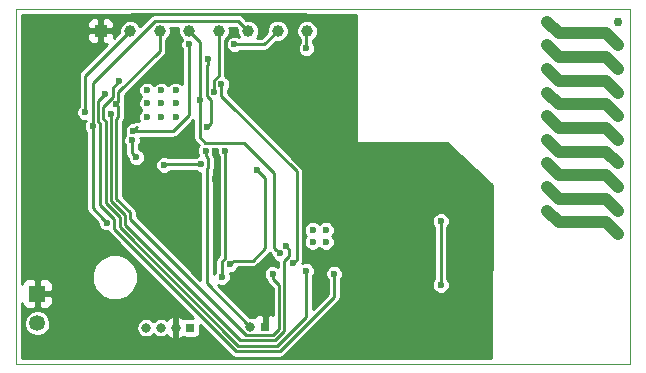
<source format=gbr>
G04 #@! TF.FileFunction,Copper,L2,Bot,Signal*
%FSLAX46Y46*%
G04 Gerber Fmt 4.6, Leading zero omitted, Abs format (unit mm)*
G04 Created by KiCad (PCBNEW 4.0.2+dfsg1-stable) date mer 23 gen 2019 10:30:30 CET*
%MOMM*%
G01*
G04 APERTURE LIST*
%ADD10C,0.100000*%
%ADD11C,1.000760*%
%ADD12C,0.762000*%
%ADD13R,1.000000X1.000000*%
%ADD14C,1.000000*%
%ADD15R,0.800000X0.800000*%
%ADD16O,0.800000X0.800000*%
%ADD17R,1.350000X1.350000*%
%ADD18C,1.350000*%
%ADD19C,0.600000*%
%ADD20C,0.250000*%
%ADD21C,0.254000*%
G04 APERTURE END LIST*
D10*
X173697120Y-70957440D02*
X121697120Y-70957440D01*
X173697120Y-100957440D02*
X173697120Y-70957440D01*
X121697120Y-100957440D02*
X173697120Y-100957440D01*
X121697120Y-70957440D02*
X121697120Y-100957440D01*
D11*
X166657020Y-82014060D02*
X167657780Y-83014820D01*
X167657780Y-83014820D02*
X171658280Y-83014820D01*
X171658280Y-83014820D02*
X172656500Y-84013040D01*
X172656500Y-82014060D02*
X171658280Y-81013300D01*
X171658280Y-81013300D02*
X167657780Y-81013300D01*
X167657780Y-81013300D02*
X166657020Y-80015080D01*
X167657780Y-79014320D02*
X166657020Y-78013560D01*
X167657780Y-79014320D02*
X171658280Y-79014320D01*
X171658280Y-79014320D02*
X172656500Y-80015080D01*
X172656500Y-78013560D02*
X171658280Y-77012800D01*
X171658280Y-77012800D02*
X167657780Y-77012800D01*
X167657780Y-77012800D02*
X166657020Y-76014580D01*
X167657780Y-75013820D02*
X166657020Y-74013060D01*
X167657780Y-73014840D02*
X166657020Y-72014080D01*
X167657780Y-73014840D02*
X171658280Y-73014840D01*
X171658280Y-73014840D02*
X172656500Y-74013060D01*
X171658280Y-75013820D02*
X172656500Y-76014580D01*
X171658280Y-75013820D02*
X167657780Y-75013820D01*
X166657020Y-84013040D02*
X167657780Y-85013800D01*
X166657020Y-86014560D02*
X167657780Y-87012780D01*
X167657780Y-87012780D02*
X171658280Y-87012780D01*
X171658280Y-87012780D02*
X172656500Y-88013540D01*
X172656500Y-86014560D02*
X171658280Y-85013800D01*
X171658280Y-85013800D02*
X167657780Y-85013800D01*
X166657020Y-88013540D02*
X167657780Y-89014300D01*
X167657780Y-89014300D02*
X171658280Y-89014300D01*
X171658280Y-89014300D02*
X172656500Y-90015060D01*
D12*
X166657020Y-82014060D03*
X166657020Y-84013040D03*
X166730680Y-84046060D03*
X166657020Y-86014560D03*
X166657020Y-88013540D03*
X172656500Y-88013540D03*
X172656500Y-86014560D03*
X172656500Y-84013040D03*
X172656500Y-82014060D03*
X172656500Y-80015080D03*
X172656500Y-78013560D03*
X172656500Y-76014580D03*
X172656500Y-74013060D03*
X172656500Y-72014080D03*
X166657020Y-72014080D03*
X166657020Y-74013060D03*
X166657020Y-76014580D03*
X166657020Y-78013560D03*
X166657020Y-80015080D03*
X172656500Y-90015060D03*
D13*
X128856740Y-72787320D03*
D14*
X131356740Y-72787320D03*
X133856740Y-72787320D03*
X136356740Y-72787320D03*
X138856740Y-72787320D03*
X141356740Y-72787320D03*
X143856740Y-72787320D03*
X146356740Y-72787320D03*
D15*
X136472620Y-97914460D03*
D16*
X135222620Y-97914460D03*
X133972620Y-97914460D03*
X132722620Y-97914460D03*
D17*
X123489720Y-95041720D03*
D18*
X123489720Y-97541720D03*
D15*
X142801340Y-97824100D03*
D16*
X141551340Y-97824100D03*
D19*
X147931980Y-90656380D03*
X146814380Y-90656380D03*
X147931980Y-89640380D03*
X146814380Y-89640380D03*
X135216922Y-80104356D03*
X133997722Y-80104356D03*
X132778522Y-80104356D03*
X135216922Y-78935956D03*
X133997722Y-78935956D03*
X132778522Y-78935956D03*
X135216922Y-77818356D03*
X133997722Y-77818356D03*
X132778522Y-77818356D03*
X134232682Y-84148740D03*
X137342880Y-84059840D03*
X146273520Y-74285920D03*
X136753600Y-87838280D03*
X136098280Y-90881200D03*
X150093680Y-88374220D03*
X147794980Y-71889620D03*
X149971760Y-72407780D03*
X148706840Y-73286620D03*
X147622260Y-74668380D03*
X149928580Y-74635360D03*
X148315680Y-76194920D03*
X146204940Y-76763880D03*
X146865340Y-77769720D03*
X149778720Y-77152500D03*
X148488400Y-78506320D03*
X145694400Y-79321660D03*
X147253960Y-79989680D03*
X149377400Y-80032860D03*
X147622260Y-81960720D03*
X146192240Y-81348580D03*
X145608040Y-83332320D03*
X146936460Y-83268820D03*
X149329140Y-81831180D03*
X148960840Y-83731100D03*
X147683220Y-84749640D03*
X148506180Y-85658960D03*
X150921720Y-85648800D03*
X149936200Y-84609940D03*
X150695660Y-82572860D03*
X152872440Y-82951320D03*
X151505920Y-84122260D03*
X152920700Y-85669120D03*
X153880820Y-83840320D03*
X154584400Y-85064600D03*
X154886660Y-82529680D03*
X156339540Y-83342480D03*
X156359860Y-85031580D03*
X158059120Y-82974180D03*
X157647640Y-84307680D03*
X159273240Y-84058760D03*
X158775400Y-85531960D03*
X157398720Y-86062820D03*
X159382460Y-86842600D03*
X160561020Y-85585300D03*
X161513520Y-86786720D03*
X160583880Y-87815420D03*
X159230060Y-88249760D03*
X158658940Y-89697280D03*
X159986980Y-89321640D03*
X161645600Y-88973660D03*
X161157920Y-90175080D03*
X161394140Y-91404440D03*
X161493200Y-99806760D03*
X161544000Y-94632780D03*
X161643060Y-98115120D03*
X161617660Y-96174560D03*
X160848040Y-99034600D03*
X159677100Y-99781360D03*
X159753300Y-98165920D03*
X160299400Y-96946720D03*
X159359600Y-96032320D03*
X158882080Y-97144840D03*
X158633160Y-98762820D03*
X157937200Y-99832160D03*
X157289500Y-98264980D03*
X156791660Y-96697800D03*
X156022040Y-98539300D03*
X156395420Y-100154740D03*
X155074620Y-99334320D03*
X155275280Y-97518220D03*
X154180540Y-98389440D03*
X154005280Y-100004880D03*
X152638760Y-99532440D03*
X151592280Y-97866200D03*
X151244300Y-99755960D03*
X149926040Y-100030280D03*
X148633180Y-99832160D03*
X147114260Y-99982020D03*
X145869660Y-100025200D03*
X138544543Y-82931876D03*
X138526520Y-85340000D03*
X126479300Y-75740260D03*
X157667960Y-94308740D03*
X157667960Y-88896000D03*
X131884413Y-83506430D03*
X131528049Y-82063489D03*
X129388508Y-89029978D03*
X128189988Y-80865077D03*
X129704374Y-79799947D03*
X127554331Y-79684145D03*
X144543168Y-91004586D03*
X143428720Y-93366400D03*
X130195179Y-79010136D03*
X138460300Y-77966925D03*
X136352280Y-73947020D03*
X131622710Y-81269097D03*
X140195300Y-73935400D03*
X139821920Y-92562680D03*
X142102840Y-84552600D03*
X139127743Y-93621775D03*
X139423140Y-82931876D03*
X137906940Y-80922940D03*
X137947220Y-75210480D03*
X137744530Y-82931876D03*
X137288458Y-78639770D03*
X144052098Y-91636146D03*
X139085320Y-77284580D03*
X145174955Y-92458525D03*
X146262857Y-93111140D03*
X130412036Y-77075162D03*
X129237031Y-78159369D03*
X148633180Y-93358780D03*
D20*
X134321582Y-84059840D02*
X134232682Y-84148740D01*
X137342880Y-84059840D02*
X134321582Y-84059840D01*
X146273520Y-74285920D02*
X146273520Y-72870540D01*
X146273520Y-72870540D02*
X146356740Y-72787320D01*
X135188960Y-98513805D02*
X135188960Y-96415860D01*
X135222620Y-97914460D02*
X135222620Y-98480145D01*
X135222620Y-98480145D02*
X135188960Y-98513805D01*
X136098280Y-90881200D02*
X136098280Y-88493600D01*
X136098280Y-88493600D02*
X136753600Y-87838280D01*
X150093680Y-88374220D02*
X149995700Y-88374220D01*
X149995700Y-88374220D02*
X149854920Y-88515000D01*
X148706840Y-73286620D02*
X149092920Y-73286620D01*
X149092920Y-73286620D02*
X149971760Y-72407780D01*
X149928580Y-74635360D02*
X147655280Y-74635360D01*
X147655280Y-74635360D02*
X147622260Y-74668380D01*
X146204940Y-76763880D02*
X147746720Y-76763880D01*
X147746720Y-76763880D02*
X148315680Y-76194920D01*
X149778720Y-77152500D02*
X147482560Y-77152500D01*
X147482560Y-77152500D02*
X146865340Y-77769720D01*
X145694400Y-79321660D02*
X147673060Y-79321660D01*
X147673060Y-79321660D02*
X148488400Y-78506320D01*
X147253960Y-72463538D02*
X147253960Y-79989680D01*
X147253960Y-79989680D02*
X147253960Y-85489776D01*
X147622260Y-81960720D02*
X149377400Y-80205580D01*
X149377400Y-80205580D02*
X149377400Y-80032860D01*
X145608040Y-83332320D02*
X145608040Y-81932780D01*
X145608040Y-81932780D02*
X146192240Y-81348580D01*
X149329140Y-81831180D02*
X148374100Y-81831180D01*
X148374100Y-81831180D02*
X146936460Y-83268820D01*
X147683220Y-84749640D02*
X147942300Y-84749640D01*
X147942300Y-84749640D02*
X148960840Y-83731100D01*
X150921720Y-85648800D02*
X148516340Y-85648800D01*
X148516340Y-85648800D02*
X148506180Y-85658960D01*
X150695660Y-82572860D02*
X150695660Y-83850480D01*
X150695660Y-83850480D02*
X149936200Y-84609940D01*
X151505920Y-84122260D02*
X151701500Y-84122260D01*
X151701500Y-84122260D02*
X152872440Y-82951320D01*
X153880820Y-83840320D02*
X153880820Y-84709000D01*
X153880820Y-84709000D02*
X152920700Y-85669120D01*
X154886660Y-82529680D02*
X154886660Y-84762340D01*
X154886660Y-84762340D02*
X154584400Y-85064600D01*
X156359860Y-85031580D02*
X156359860Y-83362800D01*
X156359860Y-83362800D02*
X156339540Y-83342480D01*
X157647640Y-84307680D02*
X157647640Y-83385660D01*
X157647640Y-83385660D02*
X158059120Y-82974180D01*
X158775400Y-85531960D02*
X158775400Y-84556600D01*
X158775400Y-84556600D02*
X159273240Y-84058760D01*
X157756860Y-86420960D02*
X157398720Y-86062820D01*
X160561020Y-85585300D02*
X160561020Y-85664040D01*
X160561020Y-85664040D02*
X159382460Y-86842600D01*
X160583880Y-87815420D02*
X160583880Y-87716360D01*
X160583880Y-87716360D02*
X161513520Y-86786720D01*
X158658940Y-89697280D02*
X158658940Y-88820880D01*
X158658940Y-88820880D02*
X159230060Y-88249760D01*
X159986980Y-89321640D02*
X159034580Y-89321640D01*
X159034580Y-89321640D02*
X158658940Y-89697280D01*
X161157920Y-90175080D02*
X161157920Y-89461340D01*
X161157920Y-89461340D02*
X161645600Y-88973660D01*
X161544000Y-94632780D02*
X161544000Y-91554300D01*
X161544000Y-91554300D02*
X161394140Y-91404440D01*
X161643060Y-98115120D02*
X161643060Y-94731840D01*
X161643060Y-94731840D02*
X161544000Y-94632780D01*
X160848040Y-99034600D02*
X160848040Y-96944180D01*
X160848040Y-96944180D02*
X161617660Y-96174560D01*
X159753300Y-98165920D02*
X159753300Y-99705160D01*
X159753300Y-99705160D02*
X159677100Y-99781360D01*
X159303720Y-95951040D02*
X160299400Y-96946720D01*
X158633160Y-98762820D02*
X158633160Y-97393760D01*
X158633160Y-97393760D02*
X158882080Y-97144840D01*
X157289500Y-98264980D02*
X157289500Y-99184460D01*
X157289500Y-99184460D02*
X157937200Y-99832160D01*
X156395420Y-100154740D02*
X156395420Y-98912680D01*
X156395420Y-98912680D02*
X156022040Y-98539300D01*
X155275280Y-97518220D02*
X155275280Y-99133660D01*
X155275280Y-99133660D02*
X155074620Y-99334320D01*
X154005280Y-100004880D02*
X154005280Y-98564700D01*
X154005280Y-98564700D02*
X154180540Y-98389440D01*
X151592280Y-97866200D02*
X151592280Y-98485960D01*
X151592280Y-98485960D02*
X152638760Y-99532440D01*
X149926040Y-100030280D02*
X150969980Y-100030280D01*
X150969980Y-100030280D02*
X151244300Y-99755960D01*
X147114260Y-99982020D02*
X148483320Y-99982020D01*
X148483320Y-99982020D02*
X148633180Y-99832160D01*
X128856740Y-72787320D02*
X128856740Y-73537320D01*
X128856740Y-73537320D02*
X126653800Y-75740260D01*
X126653800Y-75740260D02*
X126479300Y-75740260D01*
X138526520Y-82949899D02*
X138544543Y-82931876D01*
X138526520Y-85340000D02*
X138526520Y-82949899D01*
X131527658Y-71395400D02*
X146185822Y-71395400D01*
X146185822Y-71395400D02*
X147253960Y-72463538D01*
X147253960Y-85489776D02*
X147253960Y-85914040D01*
X128856740Y-72787320D02*
X130135738Y-72787320D01*
X130135738Y-72787320D02*
X131527658Y-71395400D01*
X138526520Y-85340000D02*
X138526520Y-89571960D01*
X149854920Y-88515000D02*
X147253960Y-85914040D01*
X142801340Y-97824100D02*
X142801340Y-97174100D01*
X142801340Y-97174100D02*
X142822761Y-97152679D01*
X128833880Y-72810180D02*
X128856740Y-72787320D01*
X157667960Y-88896000D02*
X157667960Y-94308740D01*
X131528049Y-83150066D02*
X131584414Y-83206431D01*
X131528049Y-82063489D02*
X131528049Y-83150066D01*
X131584414Y-83206431D02*
X131884413Y-83506430D01*
X141356740Y-72787320D02*
X140531739Y-71962319D01*
X128179332Y-80854421D02*
X128189988Y-80865077D01*
X133460739Y-71962319D02*
X128179332Y-77243726D01*
X128179332Y-77243726D02*
X128179332Y-80854421D01*
X140531739Y-71962319D02*
X133460739Y-71962319D01*
X129088509Y-88729979D02*
X129388508Y-89029978D01*
X128189988Y-80865077D02*
X128189988Y-87831458D01*
X128189988Y-87831458D02*
X129088509Y-88729979D01*
X144429911Y-98216942D02*
X143641222Y-99005631D01*
X143641222Y-99005631D02*
X140689620Y-99005631D01*
X129745168Y-80265005D02*
X129704374Y-80224211D01*
X129745168Y-87188814D02*
X129745168Y-80265005D01*
X144429911Y-92309771D02*
X144429911Y-98216942D01*
X144843167Y-91896515D02*
X144429911Y-92309771D01*
X129704374Y-80224211D02*
X129704374Y-79799947D01*
X144843167Y-91304585D02*
X144843167Y-91896515D01*
X127554331Y-79259881D02*
X127554331Y-79684145D01*
X127554331Y-76589729D02*
X127554331Y-79259881D01*
X131356740Y-72787320D02*
X127554331Y-76589729D01*
X130913531Y-88357177D02*
X129745168Y-87188814D01*
X140689620Y-99005631D02*
X130913531Y-89229542D01*
X130913531Y-89229542D02*
X130913531Y-88357177D01*
X144543168Y-91004586D02*
X144843167Y-91304585D01*
X143979900Y-98030542D02*
X143979900Y-94341844D01*
X141216377Y-98549101D02*
X143461341Y-98549101D01*
X131363542Y-88709302D02*
X141209858Y-98555620D01*
X130195179Y-80234144D02*
X130195179Y-87002414D01*
X130195179Y-87002414D02*
X131363542Y-88170777D01*
X143428720Y-93790664D02*
X143428720Y-93366400D01*
X130329375Y-80099948D02*
X130195179Y-80234144D01*
X143979900Y-94341844D02*
X143428720Y-93790664D01*
X130329375Y-79144332D02*
X130329375Y-80099948D01*
X130195179Y-79010136D02*
X130329375Y-79144332D01*
X131363542Y-88170777D02*
X131363542Y-88709302D01*
X141209858Y-98555620D02*
X141216377Y-98549101D01*
X143461341Y-98549101D02*
X143979900Y-98030542D01*
X130370188Y-78835127D02*
X130195179Y-79010136D01*
X133856740Y-74514369D02*
X130370188Y-78000921D01*
X133856740Y-72787320D02*
X133856740Y-74514369D01*
X130370188Y-78000921D02*
X130370188Y-78835127D01*
X138856740Y-76588156D02*
X138460300Y-76984596D01*
X138856740Y-72787320D02*
X138856740Y-76588156D01*
X138460300Y-77542661D02*
X138460300Y-77966925D01*
X138460300Y-76984596D02*
X138460300Y-77542661D01*
X136314180Y-79932100D02*
X136314180Y-73985120D01*
X136314180Y-73985120D02*
X136352280Y-73947020D01*
X131622710Y-81269097D02*
X134977183Y-81269097D01*
X134977183Y-81269097D02*
X136314180Y-79932100D01*
X131922709Y-80969098D02*
X131622710Y-81269097D01*
X143856740Y-72787320D02*
X142708660Y-73935400D01*
X142708660Y-73935400D02*
X140195300Y-73935400D01*
X139821920Y-92562680D02*
X140121919Y-92262681D01*
X142822761Y-91168199D02*
X142822761Y-90295199D01*
X140121919Y-92262681D02*
X141728279Y-92262681D01*
X141728279Y-92262681D02*
X142822761Y-91168199D01*
X142822761Y-90295199D02*
X142800909Y-90273347D01*
X142800909Y-90273347D02*
X142800909Y-85250669D01*
X142800909Y-85250669D02*
X142102840Y-84552600D01*
X139127743Y-92331855D02*
X139127743Y-93197511D01*
X139127743Y-93197511D02*
X139127743Y-93621775D01*
X139423140Y-92036458D02*
X139127743Y-92331855D01*
X139423140Y-82931876D02*
X139423140Y-92036458D01*
X138206939Y-80622941D02*
X137906940Y-80922940D01*
X138206939Y-78638566D02*
X138206939Y-80622941D01*
X137835299Y-78266926D02*
X138206939Y-78638566D01*
X137835299Y-75746665D02*
X137835299Y-78266926D01*
X137947220Y-75210480D02*
X137947220Y-75634744D01*
X137947220Y-75634744D02*
X137835299Y-75746665D01*
X137967881Y-84359841D02*
X137967881Y-83579491D01*
X137878981Y-84448741D02*
X137967881Y-84359841D01*
X137967881Y-83579491D02*
X137744530Y-83356140D01*
X141551340Y-97824100D02*
X137878981Y-94151741D01*
X137878981Y-94151741D02*
X137878981Y-84448741D01*
X137744530Y-83356140D02*
X137744530Y-82931876D01*
X137281920Y-81813400D02*
X137735120Y-82266600D01*
X137735120Y-82266600D02*
X140997940Y-82266600D01*
X137281920Y-79070572D02*
X137281920Y-81813400D01*
X137288458Y-78639770D02*
X137288458Y-79064034D01*
X137288458Y-79064034D02*
X137281920Y-79070572D01*
X137288458Y-78215506D02*
X137288458Y-78639770D01*
X136356740Y-72787320D02*
X137288458Y-73719038D01*
X137288458Y-73719038D02*
X137288458Y-78215506D01*
X143570043Y-91154091D02*
X143752099Y-91336147D01*
X143752099Y-91336147D02*
X144052098Y-91636146D01*
X140997940Y-82266600D02*
X143570043Y-84838703D01*
X143570043Y-84838703D02*
X143570043Y-91154091D01*
X139481759Y-78697019D02*
X139085320Y-78300580D01*
X139085320Y-78300580D02*
X139085320Y-77284580D01*
X139481759Y-78698971D02*
X139481759Y-78697019D01*
X145474954Y-92158526D02*
X145174955Y-92458525D01*
X145474954Y-84692166D02*
X145474954Y-92158526D01*
X139481759Y-78698971D02*
X145474954Y-84692166D01*
X140503220Y-99455642D02*
X143827622Y-99455642D01*
X130463520Y-89415942D02*
X140503220Y-99455642D01*
X129295157Y-87375214D02*
X130463520Y-88543577D01*
X129295157Y-80449949D02*
X129295157Y-87375214D01*
X129079354Y-80234146D02*
X129295157Y-80449949D01*
X129079354Y-79200957D02*
X129079354Y-80234146D01*
X143827622Y-99455642D02*
X146262857Y-97020407D01*
X146262857Y-93535404D02*
X146262857Y-93111140D01*
X129895177Y-78385134D02*
X129079354Y-79200957D01*
X146262857Y-97020407D02*
X146262857Y-93535404D01*
X129895177Y-77592021D02*
X129895177Y-78385134D01*
X130412036Y-77075162D02*
X129895177Y-77592021D01*
X130463520Y-88543577D02*
X130463520Y-89415942D01*
X130013509Y-89602342D02*
X130013509Y-88729977D01*
X128629343Y-80420546D02*
X128629343Y-78767057D01*
X128845146Y-80636349D02*
X128629343Y-80420546D01*
X130013509Y-88729977D02*
X128845146Y-87561614D01*
X140316820Y-99905653D02*
X130013509Y-89602342D01*
X128629343Y-78767057D02*
X128937032Y-78459368D01*
X148633180Y-95286495D02*
X144014022Y-99905653D01*
X148633180Y-93358780D02*
X148633180Y-95286495D01*
X144014022Y-99905653D02*
X140316820Y-99905653D01*
X128845146Y-87561614D02*
X128845146Y-80636349D01*
X128937032Y-78459368D02*
X129237031Y-78159369D01*
D21*
G36*
X133246436Y-71444946D02*
X133064759Y-71566339D01*
X132215018Y-72416080D01*
X132149857Y-72258377D01*
X131887067Y-71995128D01*
X131543539Y-71852482D01*
X131171573Y-71852158D01*
X130827797Y-71994203D01*
X130564548Y-72256993D01*
X130421902Y-72600521D01*
X130421615Y-72930485D01*
X129991740Y-73360360D01*
X129991740Y-73073070D01*
X129832990Y-72914320D01*
X128983740Y-72914320D01*
X128983740Y-73763570D01*
X129142490Y-73922320D01*
X129429780Y-73922320D01*
X127158351Y-76193749D01*
X127036958Y-76375426D01*
X126994331Y-76589729D01*
X126994331Y-79204627D01*
X126931591Y-79267257D01*
X126819458Y-79537303D01*
X126819203Y-79829704D01*
X126930865Y-80099945D01*
X127137443Y-80306885D01*
X127407489Y-80419018D01*
X127596305Y-80419183D01*
X127567248Y-80448189D01*
X127455115Y-80718235D01*
X127454860Y-81010636D01*
X127566522Y-81280877D01*
X127629988Y-81344454D01*
X127629988Y-87831458D01*
X127672615Y-88045761D01*
X127794008Y-88227438D01*
X128653457Y-89086887D01*
X128653380Y-89175537D01*
X128765042Y-89445778D01*
X128971620Y-89652718D01*
X129241666Y-89764851D01*
X129485876Y-89765064D01*
X129496136Y-89816645D01*
X129617529Y-89998322D01*
X136690145Y-97070938D01*
X136072620Y-97070938D01*
X135911419Y-97101270D01*
X135881006Y-97120840D01*
X135867612Y-97104992D01*
X135508745Y-96919781D01*
X135349620Y-97046017D01*
X135349620Y-97787460D01*
X135369620Y-97787460D01*
X135369620Y-98041460D01*
X135349620Y-98041460D01*
X135349620Y-98782903D01*
X135508745Y-98909139D01*
X135867612Y-98723928D01*
X135879968Y-98709307D01*
X135900065Y-98723039D01*
X136072620Y-98757982D01*
X136872620Y-98757982D01*
X137033821Y-98727650D01*
X137181875Y-98632380D01*
X137281199Y-98487015D01*
X137316142Y-98314460D01*
X137316142Y-97696935D01*
X139920840Y-100301633D01*
X140102517Y-100423026D01*
X140316820Y-100465653D01*
X144014022Y-100465653D01*
X144228325Y-100423026D01*
X144410002Y-100301633D01*
X149029160Y-95682475D01*
X149150553Y-95500798D01*
X149193180Y-95286495D01*
X149193180Y-93838298D01*
X149255920Y-93775668D01*
X149368053Y-93505622D01*
X149368308Y-93213221D01*
X149256646Y-92942980D01*
X149050068Y-92736040D01*
X148780022Y-92623907D01*
X148487621Y-92623652D01*
X148217380Y-92735314D01*
X148010440Y-92941892D01*
X147898307Y-93211938D01*
X147898052Y-93504339D01*
X148009714Y-93774580D01*
X148073180Y-93838157D01*
X148073180Y-95054535D01*
X146822857Y-96304858D01*
X146822857Y-93590658D01*
X146885597Y-93528028D01*
X146997730Y-93257982D01*
X146997985Y-92965581D01*
X146886323Y-92695340D01*
X146679745Y-92488400D01*
X146409699Y-92376267D01*
X146117298Y-92376012D01*
X145941727Y-92448557D01*
X145992327Y-92372829D01*
X146034955Y-92158526D01*
X146034954Y-92158521D01*
X146034954Y-89785939D01*
X146079252Y-89785939D01*
X146190914Y-90056180D01*
X146282932Y-90148359D01*
X146191640Y-90239492D01*
X146079507Y-90509538D01*
X146079252Y-90801939D01*
X146190914Y-91072180D01*
X146397492Y-91279120D01*
X146667538Y-91391253D01*
X146959939Y-91391508D01*
X147230180Y-91279846D01*
X147373248Y-91137028D01*
X147515092Y-91279120D01*
X147785138Y-91391253D01*
X148077539Y-91391508D01*
X148347780Y-91279846D01*
X148554720Y-91073268D01*
X148666853Y-90803222D01*
X148667108Y-90510821D01*
X148555446Y-90240580D01*
X148463428Y-90148401D01*
X148554720Y-90057268D01*
X148666853Y-89787222D01*
X148667108Y-89494821D01*
X148555446Y-89224580D01*
X148372746Y-89041559D01*
X156932832Y-89041559D01*
X157044494Y-89311800D01*
X157107960Y-89375377D01*
X157107960Y-93829222D01*
X157045220Y-93891852D01*
X156933087Y-94161898D01*
X156932832Y-94454299D01*
X157044494Y-94724540D01*
X157251072Y-94931480D01*
X157521118Y-95043613D01*
X157813519Y-95043868D01*
X158083760Y-94932206D01*
X158290700Y-94725628D01*
X158402833Y-94455582D01*
X158403088Y-94163181D01*
X158291426Y-93892940D01*
X158227960Y-93829363D01*
X158227960Y-89375518D01*
X158290700Y-89312888D01*
X158402833Y-89042842D01*
X158403088Y-88750441D01*
X158291426Y-88480200D01*
X158084848Y-88273260D01*
X157814802Y-88161127D01*
X157522401Y-88160872D01*
X157252160Y-88272534D01*
X157045220Y-88479112D01*
X156933087Y-88749158D01*
X156932832Y-89041559D01*
X148372746Y-89041559D01*
X148348868Y-89017640D01*
X148078822Y-88905507D01*
X147786421Y-88905252D01*
X147516180Y-89016914D01*
X147373112Y-89159732D01*
X147231268Y-89017640D01*
X146961222Y-88905507D01*
X146668821Y-88905252D01*
X146398580Y-89016914D01*
X146191640Y-89223492D01*
X146079507Y-89493538D01*
X146079252Y-89785939D01*
X146034954Y-89785939D01*
X146034954Y-84692171D01*
X146034955Y-84692166D01*
X145992327Y-84477863D01*
X145870934Y-84296186D01*
X139881670Y-78306922D01*
X139877739Y-78301039D01*
X139645320Y-78068620D01*
X139645320Y-77764098D01*
X139708060Y-77701468D01*
X139820193Y-77431422D01*
X139820448Y-77139021D01*
X139708786Y-76868780D01*
X139502208Y-76661840D01*
X139409722Y-76623437D01*
X139416740Y-76588156D01*
X139416740Y-73549434D01*
X139648932Y-73317647D01*
X139791578Y-72974119D01*
X139791902Y-72602153D01*
X139758915Y-72522319D01*
X140299779Y-72522319D01*
X140421864Y-72644404D01*
X140421578Y-72972487D01*
X140551768Y-73287571D01*
X140342142Y-73200527D01*
X140049741Y-73200272D01*
X139779500Y-73311934D01*
X139572560Y-73518512D01*
X139460427Y-73788558D01*
X139460172Y-74080959D01*
X139571834Y-74351200D01*
X139778412Y-74558140D01*
X140048458Y-74670273D01*
X140340859Y-74670528D01*
X140611100Y-74558866D01*
X140674677Y-74495400D01*
X142708660Y-74495400D01*
X142922963Y-74452773D01*
X143104640Y-74331380D01*
X143713824Y-73722196D01*
X144041907Y-73722482D01*
X144385683Y-73580437D01*
X144648932Y-73317647D01*
X144791578Y-72974119D01*
X144791579Y-72972487D01*
X145421578Y-72972487D01*
X145563623Y-73316263D01*
X145713520Y-73466422D01*
X145713520Y-73806402D01*
X145650780Y-73869032D01*
X145538647Y-74139078D01*
X145538392Y-74431479D01*
X145650054Y-74701720D01*
X145856632Y-74908660D01*
X146126678Y-75020793D01*
X146419079Y-75021048D01*
X146689320Y-74909386D01*
X146896260Y-74702808D01*
X147008393Y-74432762D01*
X147008648Y-74140361D01*
X146896986Y-73870120D01*
X146833520Y-73806543D01*
X146833520Y-73601990D01*
X146885683Y-73580437D01*
X147148932Y-73317647D01*
X147291578Y-72974119D01*
X147291902Y-72602153D01*
X147149857Y-72258377D01*
X146887067Y-71995128D01*
X146543539Y-71852482D01*
X146171573Y-71852158D01*
X145827797Y-71994203D01*
X145564548Y-72256993D01*
X145421902Y-72600521D01*
X145421578Y-72972487D01*
X144791579Y-72972487D01*
X144791902Y-72602153D01*
X144649857Y-72258377D01*
X144387067Y-71995128D01*
X144043539Y-71852482D01*
X143671573Y-71852158D01*
X143327797Y-71994203D01*
X143064548Y-72256993D01*
X142921902Y-72600521D01*
X142921615Y-72930485D01*
X142476700Y-73375400D01*
X142091078Y-73375400D01*
X142148932Y-73317647D01*
X142291578Y-72974119D01*
X142291902Y-72602153D01*
X142149857Y-72258377D01*
X141887067Y-71995128D01*
X141543539Y-71852482D01*
X141213575Y-71852195D01*
X140927719Y-71566339D01*
X140746042Y-71444946D01*
X140733443Y-71442440D01*
X150525062Y-71442440D01*
X150487381Y-82160934D01*
X150497213Y-82210379D01*
X150525507Y-82252103D01*
X150567805Y-82279532D01*
X150614380Y-82288380D01*
X158215012Y-82288380D01*
X162016119Y-85815667D01*
X161931215Y-100472440D01*
X122182120Y-100472440D01*
X122182120Y-97761544D01*
X122379528Y-97761544D01*
X122548159Y-98169663D01*
X122860135Y-98482183D01*
X123267959Y-98651527D01*
X123709544Y-98651912D01*
X124117663Y-98483281D01*
X124430183Y-98171305D01*
X124536834Y-97914460D01*
X131871261Y-97914460D01*
X131934822Y-98234001D01*
X132115827Y-98504894D01*
X132386720Y-98685899D01*
X132706261Y-98749460D01*
X132738979Y-98749460D01*
X133058520Y-98685899D01*
X133329413Y-98504894D01*
X133347620Y-98477645D01*
X133365827Y-98504894D01*
X133636720Y-98685899D01*
X133956261Y-98749460D01*
X133988979Y-98749460D01*
X134308520Y-98685899D01*
X134459968Y-98584705D01*
X134577628Y-98723928D01*
X134936495Y-98909139D01*
X135095620Y-98782903D01*
X135095620Y-98041460D01*
X135075620Y-98041460D01*
X135075620Y-97787460D01*
X135095620Y-97787460D01*
X135095620Y-97046017D01*
X134936495Y-96919781D01*
X134577628Y-97104992D01*
X134459968Y-97244215D01*
X134308520Y-97143021D01*
X133988979Y-97079460D01*
X133956261Y-97079460D01*
X133636720Y-97143021D01*
X133365827Y-97324026D01*
X133347620Y-97351275D01*
X133329413Y-97324026D01*
X133058520Y-97143021D01*
X132738979Y-97079460D01*
X132706261Y-97079460D01*
X132386720Y-97143021D01*
X132115827Y-97324026D01*
X131934822Y-97594919D01*
X131871261Y-97914460D01*
X124536834Y-97914460D01*
X124599527Y-97763481D01*
X124599912Y-97321896D01*
X124431281Y-96913777D01*
X124119305Y-96601257D01*
X123711481Y-96431913D01*
X123269896Y-96431528D01*
X122861777Y-96600159D01*
X122549257Y-96912135D01*
X122379913Y-97319959D01*
X122379528Y-97761544D01*
X122182120Y-97761544D01*
X122182120Y-95848823D01*
X122276393Y-96076418D01*
X122455021Y-96255047D01*
X122688410Y-96351720D01*
X123203970Y-96351720D01*
X123362720Y-96192970D01*
X123362720Y-95168720D01*
X123616720Y-95168720D01*
X123616720Y-96192970D01*
X123775470Y-96351720D01*
X124291030Y-96351720D01*
X124524419Y-96255047D01*
X124703047Y-96076418D01*
X124799720Y-95843029D01*
X124799720Y-95327470D01*
X124640970Y-95168720D01*
X123616720Y-95168720D01*
X123362720Y-95168720D01*
X123342720Y-95168720D01*
X123342720Y-94914720D01*
X123362720Y-94914720D01*
X123362720Y-93890470D01*
X123616720Y-93890470D01*
X123616720Y-94914720D01*
X124640970Y-94914720D01*
X124799720Y-94755970D01*
X124799720Y-94240411D01*
X124712759Y-94030467D01*
X128125365Y-94030467D01*
X128419330Y-94741918D01*
X128963179Y-95286717D01*
X129674116Y-95581923D01*
X130443907Y-95582595D01*
X131155358Y-95288630D01*
X131700157Y-94744781D01*
X131995363Y-94033844D01*
X131996035Y-93264053D01*
X131702070Y-92552602D01*
X131158221Y-92007803D01*
X130447284Y-91712597D01*
X129677493Y-91711925D01*
X128966042Y-92005890D01*
X128421243Y-92549739D01*
X128126037Y-93260676D01*
X128125365Y-94030467D01*
X124712759Y-94030467D01*
X124703047Y-94007022D01*
X124524419Y-93828393D01*
X124291030Y-93731720D01*
X123775470Y-93731720D01*
X123616720Y-93890470D01*
X123362720Y-93890470D01*
X123203970Y-93731720D01*
X122688410Y-93731720D01*
X122455021Y-93828393D01*
X122276393Y-94007022D01*
X122182120Y-94234617D01*
X122182120Y-73073070D01*
X127721740Y-73073070D01*
X127721740Y-73413630D01*
X127818413Y-73647019D01*
X127997042Y-73825647D01*
X128230431Y-73922320D01*
X128570990Y-73922320D01*
X128729740Y-73763570D01*
X128729740Y-72914320D01*
X127880490Y-72914320D01*
X127721740Y-73073070D01*
X122182120Y-73073070D01*
X122182120Y-72161010D01*
X127721740Y-72161010D01*
X127721740Y-72501570D01*
X127880490Y-72660320D01*
X128729740Y-72660320D01*
X128729740Y-71811070D01*
X128983740Y-71811070D01*
X128983740Y-72660320D01*
X129832990Y-72660320D01*
X129991740Y-72501570D01*
X129991740Y-72161010D01*
X129895067Y-71927621D01*
X129716438Y-71748993D01*
X129483049Y-71652320D01*
X129142490Y-71652320D01*
X128983740Y-71811070D01*
X128729740Y-71811070D01*
X128570990Y-71652320D01*
X128230431Y-71652320D01*
X127997042Y-71748993D01*
X127818413Y-71927621D01*
X127721740Y-72161010D01*
X122182120Y-72161010D01*
X122182120Y-71442440D01*
X133259035Y-71442440D01*
X133246436Y-71444946D01*
X133246436Y-71444946D01*
G37*
X133246436Y-71444946D02*
X133064759Y-71566339D01*
X132215018Y-72416080D01*
X132149857Y-72258377D01*
X131887067Y-71995128D01*
X131543539Y-71852482D01*
X131171573Y-71852158D01*
X130827797Y-71994203D01*
X130564548Y-72256993D01*
X130421902Y-72600521D01*
X130421615Y-72930485D01*
X129991740Y-73360360D01*
X129991740Y-73073070D01*
X129832990Y-72914320D01*
X128983740Y-72914320D01*
X128983740Y-73763570D01*
X129142490Y-73922320D01*
X129429780Y-73922320D01*
X127158351Y-76193749D01*
X127036958Y-76375426D01*
X126994331Y-76589729D01*
X126994331Y-79204627D01*
X126931591Y-79267257D01*
X126819458Y-79537303D01*
X126819203Y-79829704D01*
X126930865Y-80099945D01*
X127137443Y-80306885D01*
X127407489Y-80419018D01*
X127596305Y-80419183D01*
X127567248Y-80448189D01*
X127455115Y-80718235D01*
X127454860Y-81010636D01*
X127566522Y-81280877D01*
X127629988Y-81344454D01*
X127629988Y-87831458D01*
X127672615Y-88045761D01*
X127794008Y-88227438D01*
X128653457Y-89086887D01*
X128653380Y-89175537D01*
X128765042Y-89445778D01*
X128971620Y-89652718D01*
X129241666Y-89764851D01*
X129485876Y-89765064D01*
X129496136Y-89816645D01*
X129617529Y-89998322D01*
X136690145Y-97070938D01*
X136072620Y-97070938D01*
X135911419Y-97101270D01*
X135881006Y-97120840D01*
X135867612Y-97104992D01*
X135508745Y-96919781D01*
X135349620Y-97046017D01*
X135349620Y-97787460D01*
X135369620Y-97787460D01*
X135369620Y-98041460D01*
X135349620Y-98041460D01*
X135349620Y-98782903D01*
X135508745Y-98909139D01*
X135867612Y-98723928D01*
X135879968Y-98709307D01*
X135900065Y-98723039D01*
X136072620Y-98757982D01*
X136872620Y-98757982D01*
X137033821Y-98727650D01*
X137181875Y-98632380D01*
X137281199Y-98487015D01*
X137316142Y-98314460D01*
X137316142Y-97696935D01*
X139920840Y-100301633D01*
X140102517Y-100423026D01*
X140316820Y-100465653D01*
X144014022Y-100465653D01*
X144228325Y-100423026D01*
X144410002Y-100301633D01*
X149029160Y-95682475D01*
X149150553Y-95500798D01*
X149193180Y-95286495D01*
X149193180Y-93838298D01*
X149255920Y-93775668D01*
X149368053Y-93505622D01*
X149368308Y-93213221D01*
X149256646Y-92942980D01*
X149050068Y-92736040D01*
X148780022Y-92623907D01*
X148487621Y-92623652D01*
X148217380Y-92735314D01*
X148010440Y-92941892D01*
X147898307Y-93211938D01*
X147898052Y-93504339D01*
X148009714Y-93774580D01*
X148073180Y-93838157D01*
X148073180Y-95054535D01*
X146822857Y-96304858D01*
X146822857Y-93590658D01*
X146885597Y-93528028D01*
X146997730Y-93257982D01*
X146997985Y-92965581D01*
X146886323Y-92695340D01*
X146679745Y-92488400D01*
X146409699Y-92376267D01*
X146117298Y-92376012D01*
X145941727Y-92448557D01*
X145992327Y-92372829D01*
X146034955Y-92158526D01*
X146034954Y-92158521D01*
X146034954Y-89785939D01*
X146079252Y-89785939D01*
X146190914Y-90056180D01*
X146282932Y-90148359D01*
X146191640Y-90239492D01*
X146079507Y-90509538D01*
X146079252Y-90801939D01*
X146190914Y-91072180D01*
X146397492Y-91279120D01*
X146667538Y-91391253D01*
X146959939Y-91391508D01*
X147230180Y-91279846D01*
X147373248Y-91137028D01*
X147515092Y-91279120D01*
X147785138Y-91391253D01*
X148077539Y-91391508D01*
X148347780Y-91279846D01*
X148554720Y-91073268D01*
X148666853Y-90803222D01*
X148667108Y-90510821D01*
X148555446Y-90240580D01*
X148463428Y-90148401D01*
X148554720Y-90057268D01*
X148666853Y-89787222D01*
X148667108Y-89494821D01*
X148555446Y-89224580D01*
X148372746Y-89041559D01*
X156932832Y-89041559D01*
X157044494Y-89311800D01*
X157107960Y-89375377D01*
X157107960Y-93829222D01*
X157045220Y-93891852D01*
X156933087Y-94161898D01*
X156932832Y-94454299D01*
X157044494Y-94724540D01*
X157251072Y-94931480D01*
X157521118Y-95043613D01*
X157813519Y-95043868D01*
X158083760Y-94932206D01*
X158290700Y-94725628D01*
X158402833Y-94455582D01*
X158403088Y-94163181D01*
X158291426Y-93892940D01*
X158227960Y-93829363D01*
X158227960Y-89375518D01*
X158290700Y-89312888D01*
X158402833Y-89042842D01*
X158403088Y-88750441D01*
X158291426Y-88480200D01*
X158084848Y-88273260D01*
X157814802Y-88161127D01*
X157522401Y-88160872D01*
X157252160Y-88272534D01*
X157045220Y-88479112D01*
X156933087Y-88749158D01*
X156932832Y-89041559D01*
X148372746Y-89041559D01*
X148348868Y-89017640D01*
X148078822Y-88905507D01*
X147786421Y-88905252D01*
X147516180Y-89016914D01*
X147373112Y-89159732D01*
X147231268Y-89017640D01*
X146961222Y-88905507D01*
X146668821Y-88905252D01*
X146398580Y-89016914D01*
X146191640Y-89223492D01*
X146079507Y-89493538D01*
X146079252Y-89785939D01*
X146034954Y-89785939D01*
X146034954Y-84692171D01*
X146034955Y-84692166D01*
X145992327Y-84477863D01*
X145870934Y-84296186D01*
X139881670Y-78306922D01*
X139877739Y-78301039D01*
X139645320Y-78068620D01*
X139645320Y-77764098D01*
X139708060Y-77701468D01*
X139820193Y-77431422D01*
X139820448Y-77139021D01*
X139708786Y-76868780D01*
X139502208Y-76661840D01*
X139409722Y-76623437D01*
X139416740Y-76588156D01*
X139416740Y-73549434D01*
X139648932Y-73317647D01*
X139791578Y-72974119D01*
X139791902Y-72602153D01*
X139758915Y-72522319D01*
X140299779Y-72522319D01*
X140421864Y-72644404D01*
X140421578Y-72972487D01*
X140551768Y-73287571D01*
X140342142Y-73200527D01*
X140049741Y-73200272D01*
X139779500Y-73311934D01*
X139572560Y-73518512D01*
X139460427Y-73788558D01*
X139460172Y-74080959D01*
X139571834Y-74351200D01*
X139778412Y-74558140D01*
X140048458Y-74670273D01*
X140340859Y-74670528D01*
X140611100Y-74558866D01*
X140674677Y-74495400D01*
X142708660Y-74495400D01*
X142922963Y-74452773D01*
X143104640Y-74331380D01*
X143713824Y-73722196D01*
X144041907Y-73722482D01*
X144385683Y-73580437D01*
X144648932Y-73317647D01*
X144791578Y-72974119D01*
X144791579Y-72972487D01*
X145421578Y-72972487D01*
X145563623Y-73316263D01*
X145713520Y-73466422D01*
X145713520Y-73806402D01*
X145650780Y-73869032D01*
X145538647Y-74139078D01*
X145538392Y-74431479D01*
X145650054Y-74701720D01*
X145856632Y-74908660D01*
X146126678Y-75020793D01*
X146419079Y-75021048D01*
X146689320Y-74909386D01*
X146896260Y-74702808D01*
X147008393Y-74432762D01*
X147008648Y-74140361D01*
X146896986Y-73870120D01*
X146833520Y-73806543D01*
X146833520Y-73601990D01*
X146885683Y-73580437D01*
X147148932Y-73317647D01*
X147291578Y-72974119D01*
X147291902Y-72602153D01*
X147149857Y-72258377D01*
X146887067Y-71995128D01*
X146543539Y-71852482D01*
X146171573Y-71852158D01*
X145827797Y-71994203D01*
X145564548Y-72256993D01*
X145421902Y-72600521D01*
X145421578Y-72972487D01*
X144791579Y-72972487D01*
X144791902Y-72602153D01*
X144649857Y-72258377D01*
X144387067Y-71995128D01*
X144043539Y-71852482D01*
X143671573Y-71852158D01*
X143327797Y-71994203D01*
X143064548Y-72256993D01*
X142921902Y-72600521D01*
X142921615Y-72930485D01*
X142476700Y-73375400D01*
X142091078Y-73375400D01*
X142148932Y-73317647D01*
X142291578Y-72974119D01*
X142291902Y-72602153D01*
X142149857Y-72258377D01*
X141887067Y-71995128D01*
X141543539Y-71852482D01*
X141213575Y-71852195D01*
X140927719Y-71566339D01*
X140746042Y-71444946D01*
X140733443Y-71442440D01*
X150525062Y-71442440D01*
X150487381Y-82160934D01*
X150497213Y-82210379D01*
X150525507Y-82252103D01*
X150567805Y-82279532D01*
X150614380Y-82288380D01*
X158215012Y-82288380D01*
X162016119Y-85815667D01*
X161931215Y-100472440D01*
X122182120Y-100472440D01*
X122182120Y-97761544D01*
X122379528Y-97761544D01*
X122548159Y-98169663D01*
X122860135Y-98482183D01*
X123267959Y-98651527D01*
X123709544Y-98651912D01*
X124117663Y-98483281D01*
X124430183Y-98171305D01*
X124536834Y-97914460D01*
X131871261Y-97914460D01*
X131934822Y-98234001D01*
X132115827Y-98504894D01*
X132386720Y-98685899D01*
X132706261Y-98749460D01*
X132738979Y-98749460D01*
X133058520Y-98685899D01*
X133329413Y-98504894D01*
X133347620Y-98477645D01*
X133365827Y-98504894D01*
X133636720Y-98685899D01*
X133956261Y-98749460D01*
X133988979Y-98749460D01*
X134308520Y-98685899D01*
X134459968Y-98584705D01*
X134577628Y-98723928D01*
X134936495Y-98909139D01*
X135095620Y-98782903D01*
X135095620Y-98041460D01*
X135075620Y-98041460D01*
X135075620Y-97787460D01*
X135095620Y-97787460D01*
X135095620Y-97046017D01*
X134936495Y-96919781D01*
X134577628Y-97104992D01*
X134459968Y-97244215D01*
X134308520Y-97143021D01*
X133988979Y-97079460D01*
X133956261Y-97079460D01*
X133636720Y-97143021D01*
X133365827Y-97324026D01*
X133347620Y-97351275D01*
X133329413Y-97324026D01*
X133058520Y-97143021D01*
X132738979Y-97079460D01*
X132706261Y-97079460D01*
X132386720Y-97143021D01*
X132115827Y-97324026D01*
X131934822Y-97594919D01*
X131871261Y-97914460D01*
X124536834Y-97914460D01*
X124599527Y-97763481D01*
X124599912Y-97321896D01*
X124431281Y-96913777D01*
X124119305Y-96601257D01*
X123711481Y-96431913D01*
X123269896Y-96431528D01*
X122861777Y-96600159D01*
X122549257Y-96912135D01*
X122379913Y-97319959D01*
X122379528Y-97761544D01*
X122182120Y-97761544D01*
X122182120Y-95848823D01*
X122276393Y-96076418D01*
X122455021Y-96255047D01*
X122688410Y-96351720D01*
X123203970Y-96351720D01*
X123362720Y-96192970D01*
X123362720Y-95168720D01*
X123616720Y-95168720D01*
X123616720Y-96192970D01*
X123775470Y-96351720D01*
X124291030Y-96351720D01*
X124524419Y-96255047D01*
X124703047Y-96076418D01*
X124799720Y-95843029D01*
X124799720Y-95327470D01*
X124640970Y-95168720D01*
X123616720Y-95168720D01*
X123362720Y-95168720D01*
X123342720Y-95168720D01*
X123342720Y-94914720D01*
X123362720Y-94914720D01*
X123362720Y-93890470D01*
X123616720Y-93890470D01*
X123616720Y-94914720D01*
X124640970Y-94914720D01*
X124799720Y-94755970D01*
X124799720Y-94240411D01*
X124712759Y-94030467D01*
X128125365Y-94030467D01*
X128419330Y-94741918D01*
X128963179Y-95286717D01*
X129674116Y-95581923D01*
X130443907Y-95582595D01*
X131155358Y-95288630D01*
X131700157Y-94744781D01*
X131995363Y-94033844D01*
X131996035Y-93264053D01*
X131702070Y-92552602D01*
X131158221Y-92007803D01*
X130447284Y-91712597D01*
X129677493Y-91711925D01*
X128966042Y-92005890D01*
X128421243Y-92549739D01*
X128126037Y-93260676D01*
X128125365Y-94030467D01*
X124712759Y-94030467D01*
X124703047Y-94007022D01*
X124524419Y-93828393D01*
X124291030Y-93731720D01*
X123775470Y-93731720D01*
X123616720Y-93890470D01*
X123362720Y-93890470D01*
X123203970Y-93731720D01*
X122688410Y-93731720D01*
X122455021Y-93828393D01*
X122276393Y-94007022D01*
X122182120Y-94234617D01*
X122182120Y-73073070D01*
X127721740Y-73073070D01*
X127721740Y-73413630D01*
X127818413Y-73647019D01*
X127997042Y-73825647D01*
X128230431Y-73922320D01*
X128570990Y-73922320D01*
X128729740Y-73763570D01*
X128729740Y-72914320D01*
X127880490Y-72914320D01*
X127721740Y-73073070D01*
X122182120Y-73073070D01*
X122182120Y-72161010D01*
X127721740Y-72161010D01*
X127721740Y-72501570D01*
X127880490Y-72660320D01*
X128729740Y-72660320D01*
X128729740Y-71811070D01*
X128983740Y-71811070D01*
X128983740Y-72660320D01*
X129832990Y-72660320D01*
X129991740Y-72501570D01*
X129991740Y-72161010D01*
X129895067Y-71927621D01*
X129716438Y-71748993D01*
X129483049Y-71652320D01*
X129142490Y-71652320D01*
X128983740Y-71811070D01*
X128729740Y-71811070D01*
X128570990Y-71652320D01*
X128230431Y-71652320D01*
X127997042Y-71748993D01*
X127818413Y-71927621D01*
X127721740Y-72161010D01*
X122182120Y-72161010D01*
X122182120Y-71442440D01*
X133259035Y-71442440D01*
X133246436Y-71444946D01*
G36*
X143317047Y-91693055D02*
X143316970Y-91781705D01*
X143428632Y-92051946D01*
X143635210Y-92258886D01*
X143869911Y-92356342D01*
X143869911Y-92768006D01*
X143845608Y-92743660D01*
X143575562Y-92631527D01*
X143283161Y-92631272D01*
X143012920Y-92742934D01*
X142805980Y-92949512D01*
X142693847Y-93219558D01*
X142693592Y-93511959D01*
X142805254Y-93782200D01*
X142882411Y-93859492D01*
X142911347Y-94004967D01*
X143032740Y-94186644D01*
X143419900Y-94573804D01*
X143419900Y-96827312D01*
X143327649Y-96789100D01*
X143087090Y-96789100D01*
X142928340Y-96947850D01*
X142928340Y-97697100D01*
X142948340Y-97697100D01*
X142948340Y-97951100D01*
X142928340Y-97951100D01*
X142928340Y-97971100D01*
X142674340Y-97971100D01*
X142674340Y-97951100D01*
X142654340Y-97951100D01*
X142654340Y-97697100D01*
X142674340Y-97697100D01*
X142674340Y-96947850D01*
X142515590Y-96789100D01*
X142275031Y-96789100D01*
X142041642Y-96885773D01*
X141876825Y-97050589D01*
X141567699Y-96989100D01*
X141534981Y-96989100D01*
X141512727Y-96993527D01*
X138801251Y-94282051D01*
X138980901Y-94356648D01*
X139273302Y-94356903D01*
X139543543Y-94245241D01*
X139750483Y-94038663D01*
X139862616Y-93768617D01*
X139862871Y-93476216D01*
X139789090Y-93297652D01*
X139967479Y-93297808D01*
X140237720Y-93186146D01*
X140444660Y-92979568D01*
X140509805Y-92822681D01*
X141728279Y-92822681D01*
X141942582Y-92780054D01*
X142124259Y-92658661D01*
X143203456Y-91579464D01*
X143317047Y-91693055D01*
X143317047Y-91693055D01*
G37*
X143317047Y-91693055D02*
X143316970Y-91781705D01*
X143428632Y-92051946D01*
X143635210Y-92258886D01*
X143869911Y-92356342D01*
X143869911Y-92768006D01*
X143845608Y-92743660D01*
X143575562Y-92631527D01*
X143283161Y-92631272D01*
X143012920Y-92742934D01*
X142805980Y-92949512D01*
X142693847Y-93219558D01*
X142693592Y-93511959D01*
X142805254Y-93782200D01*
X142882411Y-93859492D01*
X142911347Y-94004967D01*
X143032740Y-94186644D01*
X143419900Y-94573804D01*
X143419900Y-96827312D01*
X143327649Y-96789100D01*
X143087090Y-96789100D01*
X142928340Y-96947850D01*
X142928340Y-97697100D01*
X142948340Y-97697100D01*
X142948340Y-97951100D01*
X142928340Y-97951100D01*
X142928340Y-97971100D01*
X142674340Y-97971100D01*
X142674340Y-97951100D01*
X142654340Y-97951100D01*
X142654340Y-97697100D01*
X142674340Y-97697100D01*
X142674340Y-96947850D01*
X142515590Y-96789100D01*
X142275031Y-96789100D01*
X142041642Y-96885773D01*
X141876825Y-97050589D01*
X141567699Y-96989100D01*
X141534981Y-96989100D01*
X141512727Y-96993527D01*
X138801251Y-94282051D01*
X138980901Y-94356648D01*
X139273302Y-94356903D01*
X139543543Y-94245241D01*
X139750483Y-94038663D01*
X139862616Y-93768617D01*
X139862871Y-93476216D01*
X139789090Y-93297652D01*
X139967479Y-93297808D01*
X140237720Y-93186146D01*
X140444660Y-92979568D01*
X140509805Y-92822681D01*
X141728279Y-92822681D01*
X141942582Y-92780054D01*
X142124259Y-92658661D01*
X143203456Y-91579464D01*
X143317047Y-91693055D01*
G36*
X135421902Y-72600521D02*
X135421578Y-72972487D01*
X135563623Y-73316263D01*
X135753371Y-73506343D01*
X135729540Y-73530132D01*
X135617407Y-73800178D01*
X135617152Y-74092579D01*
X135728814Y-74362820D01*
X135754180Y-74388230D01*
X135754180Y-77316197D01*
X135633810Y-77195616D01*
X135363764Y-77083483D01*
X135071363Y-77083228D01*
X134801122Y-77194890D01*
X134607165Y-77388508D01*
X134414610Y-77195616D01*
X134144564Y-77083483D01*
X133852163Y-77083228D01*
X133581922Y-77194890D01*
X133387965Y-77388508D01*
X133195410Y-77195616D01*
X132925364Y-77083483D01*
X132632963Y-77083228D01*
X132362722Y-77194890D01*
X132155782Y-77401468D01*
X132043649Y-77671514D01*
X132043394Y-77963915D01*
X132155056Y-78234156D01*
X132297874Y-78377224D01*
X132155782Y-78519068D01*
X132043649Y-78789114D01*
X132043394Y-79081515D01*
X132155056Y-79351756D01*
X132323274Y-79520269D01*
X132155782Y-79687468D01*
X132043649Y-79957514D01*
X132043394Y-80249915D01*
X132125864Y-80449508D01*
X131922709Y-80409097D01*
X131708406Y-80451725D01*
X131585178Y-80534063D01*
X131477151Y-80533969D01*
X131206910Y-80645631D01*
X130999970Y-80852209D01*
X130887837Y-81122255D01*
X130887582Y-81414656D01*
X130960610Y-81591397D01*
X130905309Y-81646601D01*
X130793176Y-81916647D01*
X130792921Y-82209048D01*
X130904583Y-82479289D01*
X130968049Y-82542866D01*
X130968049Y-83150066D01*
X131010676Y-83364369D01*
X131132069Y-83546046D01*
X131149362Y-83563339D01*
X131149285Y-83651989D01*
X131260947Y-83922230D01*
X131467525Y-84129170D01*
X131737571Y-84241303D01*
X132029972Y-84241558D01*
X132300213Y-84129896D01*
X132507153Y-83923318D01*
X132619286Y-83653272D01*
X132619541Y-83360871D01*
X132507879Y-83090630D01*
X132301301Y-82883690D01*
X132088049Y-82795140D01*
X132088049Y-82543007D01*
X132150789Y-82480377D01*
X132262922Y-82210331D01*
X132263177Y-81917930D01*
X132226472Y-81829097D01*
X134977183Y-81829097D01*
X135191486Y-81786470D01*
X135373163Y-81665077D01*
X136710160Y-80328080D01*
X136721920Y-80310480D01*
X136721920Y-81813400D01*
X136764547Y-82027703D01*
X136885940Y-82209380D01*
X137156700Y-82480140D01*
X137121790Y-82514988D01*
X137009657Y-82785034D01*
X137009402Y-83077435D01*
X137121064Y-83347676D01*
X137127103Y-83353726D01*
X136927080Y-83436374D01*
X136863503Y-83499840D01*
X134586570Y-83499840D01*
X134379524Y-83413867D01*
X134087123Y-83413612D01*
X133816882Y-83525274D01*
X133609942Y-83731852D01*
X133497809Y-84001898D01*
X133497554Y-84294299D01*
X133609216Y-84564540D01*
X133815794Y-84771480D01*
X134085840Y-84883613D01*
X134378241Y-84883868D01*
X134648482Y-84772206D01*
X134801115Y-84619840D01*
X136863362Y-84619840D01*
X136925992Y-84682580D01*
X137196038Y-84794713D01*
X137318981Y-84794820D01*
X137318981Y-93872782D01*
X131923542Y-88477342D01*
X131923542Y-88170777D01*
X131880915Y-87956474D01*
X131759522Y-87774797D01*
X130755179Y-86770454D01*
X130755179Y-80451293D01*
X130846748Y-80314251D01*
X130889375Y-80099948D01*
X130889375Y-79254939D01*
X130930052Y-79156978D01*
X130930307Y-78864577D01*
X130926272Y-78854812D01*
X130930188Y-78835127D01*
X130930188Y-78232881D01*
X134252720Y-74910349D01*
X134374113Y-74728672D01*
X134416740Y-74514369D01*
X134416740Y-73549434D01*
X134648932Y-73317647D01*
X134791578Y-72974119D01*
X134791902Y-72602153D01*
X134758915Y-72522319D01*
X135454374Y-72522319D01*
X135421902Y-72600521D01*
X135421902Y-72600521D01*
G37*
X135421902Y-72600521D02*
X135421578Y-72972487D01*
X135563623Y-73316263D01*
X135753371Y-73506343D01*
X135729540Y-73530132D01*
X135617407Y-73800178D01*
X135617152Y-74092579D01*
X135728814Y-74362820D01*
X135754180Y-74388230D01*
X135754180Y-77316197D01*
X135633810Y-77195616D01*
X135363764Y-77083483D01*
X135071363Y-77083228D01*
X134801122Y-77194890D01*
X134607165Y-77388508D01*
X134414610Y-77195616D01*
X134144564Y-77083483D01*
X133852163Y-77083228D01*
X133581922Y-77194890D01*
X133387965Y-77388508D01*
X133195410Y-77195616D01*
X132925364Y-77083483D01*
X132632963Y-77083228D01*
X132362722Y-77194890D01*
X132155782Y-77401468D01*
X132043649Y-77671514D01*
X132043394Y-77963915D01*
X132155056Y-78234156D01*
X132297874Y-78377224D01*
X132155782Y-78519068D01*
X132043649Y-78789114D01*
X132043394Y-79081515D01*
X132155056Y-79351756D01*
X132323274Y-79520269D01*
X132155782Y-79687468D01*
X132043649Y-79957514D01*
X132043394Y-80249915D01*
X132125864Y-80449508D01*
X131922709Y-80409097D01*
X131708406Y-80451725D01*
X131585178Y-80534063D01*
X131477151Y-80533969D01*
X131206910Y-80645631D01*
X130999970Y-80852209D01*
X130887837Y-81122255D01*
X130887582Y-81414656D01*
X130960610Y-81591397D01*
X130905309Y-81646601D01*
X130793176Y-81916647D01*
X130792921Y-82209048D01*
X130904583Y-82479289D01*
X130968049Y-82542866D01*
X130968049Y-83150066D01*
X131010676Y-83364369D01*
X131132069Y-83546046D01*
X131149362Y-83563339D01*
X131149285Y-83651989D01*
X131260947Y-83922230D01*
X131467525Y-84129170D01*
X131737571Y-84241303D01*
X132029972Y-84241558D01*
X132300213Y-84129896D01*
X132507153Y-83923318D01*
X132619286Y-83653272D01*
X132619541Y-83360871D01*
X132507879Y-83090630D01*
X132301301Y-82883690D01*
X132088049Y-82795140D01*
X132088049Y-82543007D01*
X132150789Y-82480377D01*
X132262922Y-82210331D01*
X132263177Y-81917930D01*
X132226472Y-81829097D01*
X134977183Y-81829097D01*
X135191486Y-81786470D01*
X135373163Y-81665077D01*
X136710160Y-80328080D01*
X136721920Y-80310480D01*
X136721920Y-81813400D01*
X136764547Y-82027703D01*
X136885940Y-82209380D01*
X137156700Y-82480140D01*
X137121790Y-82514988D01*
X137009657Y-82785034D01*
X137009402Y-83077435D01*
X137121064Y-83347676D01*
X137127103Y-83353726D01*
X136927080Y-83436374D01*
X136863503Y-83499840D01*
X134586570Y-83499840D01*
X134379524Y-83413867D01*
X134087123Y-83413612D01*
X133816882Y-83525274D01*
X133609942Y-83731852D01*
X133497809Y-84001898D01*
X133497554Y-84294299D01*
X133609216Y-84564540D01*
X133815794Y-84771480D01*
X134085840Y-84883613D01*
X134378241Y-84883868D01*
X134648482Y-84772206D01*
X134801115Y-84619840D01*
X136863362Y-84619840D01*
X136925992Y-84682580D01*
X137196038Y-84794713D01*
X137318981Y-84794820D01*
X137318981Y-93872782D01*
X131923542Y-88477342D01*
X131923542Y-88170777D01*
X131880915Y-87956474D01*
X131759522Y-87774797D01*
X130755179Y-86770454D01*
X130755179Y-80451293D01*
X130846748Y-80314251D01*
X130889375Y-80099948D01*
X130889375Y-79254939D01*
X130930052Y-79156978D01*
X130930307Y-78864577D01*
X130926272Y-78854812D01*
X130930188Y-78835127D01*
X130930188Y-78232881D01*
X134252720Y-74910349D01*
X134374113Y-74728672D01*
X134416740Y-74514369D01*
X134416740Y-73549434D01*
X134648932Y-73317647D01*
X134791578Y-72974119D01*
X134791902Y-72602153D01*
X134758915Y-72522319D01*
X135454374Y-72522319D01*
X135421902Y-72600521D01*
G36*
X138688012Y-83077435D02*
X138799674Y-83347676D01*
X138863140Y-83411253D01*
X138863140Y-91804498D01*
X138731763Y-91935875D01*
X138610370Y-92117552D01*
X138567743Y-92331855D01*
X138567743Y-93142257D01*
X138505003Y-93204887D01*
X138438981Y-93363885D01*
X138438981Y-84643396D01*
X138485254Y-84574144D01*
X138527882Y-84359841D01*
X138527881Y-84359836D01*
X138527881Y-83579491D01*
X138485254Y-83365188D01*
X138408283Y-83249993D01*
X138479403Y-83078718D01*
X138479623Y-82826600D01*
X138688231Y-82826600D01*
X138688012Y-83077435D01*
X138688012Y-83077435D01*
G37*
X138688012Y-83077435D02*
X138799674Y-83347676D01*
X138863140Y-83411253D01*
X138863140Y-91804498D01*
X138731763Y-91935875D01*
X138610370Y-92117552D01*
X138567743Y-92331855D01*
X138567743Y-93142257D01*
X138505003Y-93204887D01*
X138438981Y-93363885D01*
X138438981Y-84643396D01*
X138485254Y-84574144D01*
X138527882Y-84359841D01*
X138527881Y-84359836D01*
X138527881Y-83579491D01*
X138485254Y-83365188D01*
X138408283Y-83249993D01*
X138479403Y-83078718D01*
X138479623Y-82826600D01*
X138688231Y-82826600D01*
X138688012Y-83077435D01*
M02*

</source>
